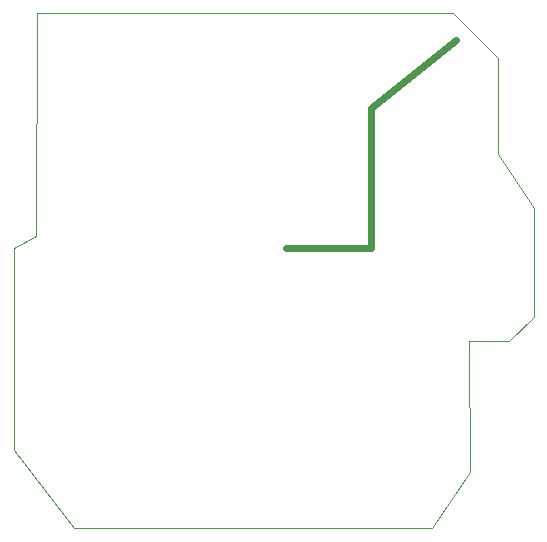
<source format=gbr>
%FSLAX32Y32*%
%MOMM*%
%LNKONTUR*%
G71*
G01*
%ADD10C, 0.60*%
%ADD11C, 0.10*%
%LPD*%
G54D10*
X7199Y7166D02*
X6477Y6587D01*
X6477Y5896D01*
G54D11*
X3651Y7396D02*
X3645Y5507D01*
X3460Y5404D01*
X3453Y3698D01*
X3961Y3031D01*
X6993Y3031D01*
X7314Y3507D01*
X7310Y4618D01*
X7648Y4622D01*
X7858Y4825D01*
X7858Y5746D01*
X7556Y6198D01*
X7556Y7016D01*
X7176Y7396D01*
X3651Y7396D01*
G54D10*
X6477Y5896D02*
X6477Y5404D01*
G54D10*
X6476Y5404D02*
X5762Y5404D01*
M02*

</source>
